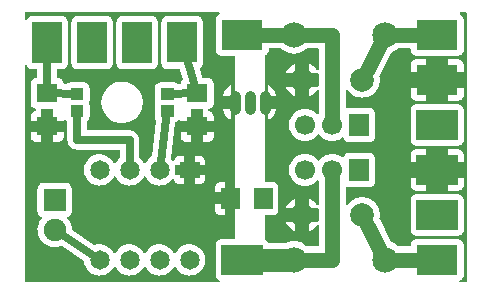
<source format=gtl>
G04 Layer: TopLayer*
G04 EasyEDA v6.4.17, 2021-03-05T12:05:08+01:00*
G04 f60f8210386e4bb8a37d6fc626a43cf4,a095d68295bf4de09e4161802e6eaeab,10*
G04 Gerber Generator version 0.2*
G04 Scale: 100 percent, Rotated: No, Reflected: No *
G04 Dimensions in inches *
G04 leading zeros omitted , absolute positions ,3 integer and 6 decimal *
%FSLAX36Y36*%
%MOIN*%

%ADD11C,0.0750*%
%ADD12C,0.0500*%
%ADD13C,0.0250*%
%ADD15R,0.0709X0.0630*%
%ADD16R,0.1378X0.0984*%
%ADD17R,0.0984X0.1378*%
%ADD18R,0.0433X0.0394*%
%ADD19R,0.0669X0.0750*%
%ADD20C,0.0669*%
%ADD21C,0.0787*%
%ADD22R,0.0748X0.0748*%
%ADD23C,0.0748*%
%ADD24R,0.0650X0.0550*%
%ADD25C,0.0650*%
%ADD26C,0.0850*%
%ADD27C,0.0354*%

%LPD*%
G36*
X1453460Y-899900D02*
G01*
X1451940Y-899599D01*
X1450660Y-898760D01*
X1449780Y-897500D01*
X1449460Y-896000D01*
X1449720Y-894479D01*
X1450520Y-893180D01*
X1451759Y-892280D01*
X1453779Y-891340D01*
X1456600Y-889360D01*
X1459040Y-886919D01*
X1461020Y-884100D01*
X1462480Y-880980D01*
X1463360Y-877640D01*
X1463680Y-874040D01*
X1463680Y-775960D01*
X1463360Y-772360D01*
X1462480Y-769020D01*
X1461020Y-765900D01*
X1459040Y-763080D01*
X1456600Y-760639D01*
X1453779Y-758660D01*
X1450660Y-757220D01*
X1447340Y-756320D01*
X1443720Y-756000D01*
X1306279Y-756000D01*
X1302660Y-756320D01*
X1299340Y-757220D01*
X1296220Y-758660D01*
X1293400Y-760639D01*
X1290960Y-763080D01*
X1288980Y-765900D01*
X1287520Y-769020D01*
X1286639Y-772340D01*
X1286300Y-776540D01*
X1285920Y-777960D01*
X1285040Y-779160D01*
X1283779Y-779940D01*
X1282320Y-780220D01*
X1247240Y-780220D01*
X1245760Y-779940D01*
X1244500Y-779120D01*
X1242820Y-777540D01*
X1237460Y-773460D01*
X1231680Y-769980D01*
X1225560Y-767140D01*
X1224020Y-766620D01*
X1222680Y-765879D01*
X1221740Y-764680D01*
X1183160Y-690020D01*
X1182760Y-688800D01*
X1182780Y-687500D01*
X1183780Y-681620D01*
X1184140Y-675000D01*
X1183780Y-668379D01*
X1182660Y-661840D01*
X1180820Y-655460D01*
X1178300Y-649340D01*
X1175080Y-643540D01*
X1171240Y-638120D01*
X1166820Y-633180D01*
X1161880Y-628760D01*
X1156460Y-624920D01*
X1150660Y-621700D01*
X1144540Y-619180D01*
X1138160Y-617340D01*
X1131620Y-616220D01*
X1125000Y-615860D01*
X1118380Y-616220D01*
X1111840Y-617340D01*
X1105460Y-619180D01*
X1099340Y-621700D01*
X1093540Y-624920D01*
X1088120Y-628760D01*
X1083180Y-633180D01*
X1078760Y-638120D01*
X1077360Y-640080D01*
X1076120Y-641220D01*
X1074540Y-641740D01*
X1072880Y-641580D01*
X1071420Y-640759D01*
X1070440Y-639400D01*
X1070100Y-637760D01*
X1070180Y-584920D01*
X1070460Y-583480D01*
X1071220Y-582240D01*
X1072380Y-581360D01*
X1073760Y-580940D01*
X1075220Y-581060D01*
X1078600Y-581960D01*
X1082220Y-582280D01*
X1148780Y-582280D01*
X1152400Y-581960D01*
X1155720Y-581080D01*
X1158840Y-579620D01*
X1161680Y-577640D01*
X1164100Y-575200D01*
X1166080Y-572380D01*
X1167540Y-569260D01*
X1168440Y-565940D01*
X1168740Y-562320D01*
X1168740Y-487680D01*
X1168440Y-484060D01*
X1167540Y-480740D01*
X1166080Y-477620D01*
X1164100Y-474799D01*
X1161680Y-472360D01*
X1158840Y-470379D01*
X1155720Y-468920D01*
X1152400Y-468040D01*
X1148780Y-467720D01*
X1082220Y-467720D01*
X1078600Y-468040D01*
X1075280Y-468920D01*
X1072160Y-470379D01*
X1069320Y-472360D01*
X1066900Y-474799D01*
X1064920Y-477620D01*
X1063400Y-480840D01*
X1062380Y-482200D01*
X1060860Y-483000D01*
X1059160Y-483120D01*
X1057580Y-482500D01*
X1052120Y-478880D01*
X1046580Y-476120D01*
X1040780Y-474000D01*
X1034740Y-472560D01*
X1028600Y-471840D01*
X1022400Y-471840D01*
X1016260Y-472560D01*
X1010220Y-474000D01*
X1004419Y-476120D01*
X998880Y-478900D01*
X993700Y-482299D01*
X988960Y-486280D01*
X984720Y-490780D01*
X983199Y-492800D01*
X982120Y-493800D01*
X980740Y-494340D01*
X979260Y-494340D01*
X977880Y-493800D01*
X976800Y-492800D01*
X975280Y-490780D01*
X971040Y-486280D01*
X966300Y-482299D01*
X961120Y-478900D01*
X955580Y-476120D01*
X949780Y-474000D01*
X943740Y-472560D01*
X937600Y-471840D01*
X931400Y-471840D01*
X925260Y-472560D01*
X919220Y-474000D01*
X913420Y-476120D01*
X907880Y-478900D01*
X902700Y-482299D01*
X897960Y-486280D01*
X893720Y-490780D01*
X890020Y-495740D01*
X886919Y-501100D01*
X884460Y-506780D01*
X882700Y-512720D01*
X881620Y-518820D01*
X881260Y-525000D01*
X881620Y-531180D01*
X882700Y-537280D01*
X884460Y-543220D01*
X886919Y-548900D01*
X890020Y-554260D01*
X893720Y-559220D01*
X897960Y-563720D01*
X902700Y-567700D01*
X907880Y-571100D01*
X913420Y-573880D01*
X919220Y-576000D01*
X925260Y-577440D01*
X931400Y-578160D01*
X937600Y-578160D01*
X943740Y-577440D01*
X949780Y-576000D01*
X955580Y-573880D01*
X961120Y-571100D01*
X966300Y-567700D01*
X971040Y-563720D01*
X973740Y-560860D01*
X975040Y-559940D01*
X976580Y-559600D01*
X978139Y-559900D01*
X979460Y-560760D01*
X980340Y-562060D01*
X980660Y-563620D01*
X980520Y-638660D01*
X980180Y-640300D01*
X979180Y-641640D01*
X977740Y-642460D01*
X976080Y-642620D01*
X974500Y-642099D01*
X973259Y-640960D01*
X971240Y-638120D01*
X966820Y-633180D01*
X961880Y-628760D01*
X956460Y-624920D01*
X950660Y-621700D01*
X947180Y-620260D01*
X947180Y-652820D01*
X976500Y-652820D01*
X978020Y-653120D01*
X979320Y-653980D01*
X980200Y-655280D01*
X980500Y-656820D01*
X980440Y-693199D01*
X980120Y-694720D01*
X979260Y-696020D01*
X977960Y-696880D01*
X976440Y-697180D01*
X947180Y-697180D01*
X947180Y-729740D01*
X950660Y-728300D01*
X956460Y-725080D01*
X961880Y-721240D01*
X966820Y-716820D01*
X971240Y-711880D01*
X973139Y-709200D01*
X974380Y-708080D01*
X975960Y-707540D01*
X977620Y-707700D01*
X979080Y-708540D01*
X980060Y-709900D01*
X980400Y-711520D01*
X980300Y-776220D01*
X979980Y-777760D01*
X979120Y-779040D01*
X977820Y-779920D01*
X976300Y-780220D01*
X942240Y-780220D01*
X940759Y-779940D01*
X939500Y-779120D01*
X937820Y-777540D01*
X932460Y-773460D01*
X926680Y-769980D01*
X920560Y-767140D01*
X914160Y-765000D01*
X907580Y-763540D01*
X900879Y-762820D01*
X894120Y-762820D01*
X887420Y-763540D01*
X880840Y-765000D01*
X874440Y-767140D01*
X872340Y-767720D01*
X814360Y-767720D01*
X813120Y-767520D01*
X811979Y-766919D01*
X811100Y-766000D01*
X809040Y-763080D01*
X806600Y-760639D01*
X803780Y-758660D01*
X802300Y-757980D01*
X801100Y-757099D01*
X800280Y-755840D01*
X800000Y-754360D01*
X800000Y-679280D01*
X800300Y-677760D01*
X801180Y-676460D01*
X802460Y-675580D01*
X804000Y-675280D01*
X826320Y-675280D01*
X829940Y-674960D01*
X833259Y-674080D01*
X836380Y-672620D01*
X839200Y-670639D01*
X841640Y-668199D01*
X843620Y-665380D01*
X845080Y-662260D01*
X845960Y-658940D01*
X846280Y-655320D01*
X846280Y-584780D01*
X845960Y-581160D01*
X845080Y-577840D01*
X843620Y-574720D01*
X841640Y-571900D01*
X839200Y-569460D01*
X836380Y-567480D01*
X833259Y-566020D01*
X829940Y-565140D01*
X826320Y-564820D01*
X804000Y-564820D01*
X802460Y-564520D01*
X801180Y-563640D01*
X800300Y-562340D01*
X800000Y-560820D01*
X800000Y-145640D01*
X800280Y-144160D01*
X801100Y-142900D01*
X802300Y-142020D01*
X803780Y-141340D01*
X806600Y-139360D01*
X809040Y-136920D01*
X811020Y-134100D01*
X812480Y-130980D01*
X813360Y-127660D01*
X813700Y-123460D01*
X814080Y-122040D01*
X814960Y-120840D01*
X816220Y-120060D01*
X817680Y-119780D01*
X852760Y-119780D01*
X854240Y-120060D01*
X855500Y-120879D01*
X857180Y-122460D01*
X862540Y-126540D01*
X868319Y-130020D01*
X874440Y-132860D01*
X880840Y-135000D01*
X887420Y-136460D01*
X894120Y-137180D01*
X900879Y-137180D01*
X907580Y-136460D01*
X914160Y-135000D01*
X920560Y-132860D01*
X926680Y-130020D01*
X932460Y-126540D01*
X937820Y-122460D01*
X939500Y-120879D01*
X940759Y-120060D01*
X942240Y-119780D01*
X976300Y-119780D01*
X977820Y-120079D01*
X979120Y-120960D01*
X979980Y-122240D01*
X980300Y-123780D01*
X980400Y-188480D01*
X980060Y-190100D01*
X979080Y-191460D01*
X977620Y-192300D01*
X975960Y-192460D01*
X974380Y-191920D01*
X973139Y-190799D01*
X971240Y-188120D01*
X966820Y-183180D01*
X961880Y-178760D01*
X956460Y-174920D01*
X950660Y-171700D01*
X947180Y-170260D01*
X947180Y-202820D01*
X976440Y-202820D01*
X977960Y-203120D01*
X979260Y-203980D01*
X980120Y-205280D01*
X980440Y-206800D01*
X980500Y-243180D01*
X980200Y-244720D01*
X979320Y-246020D01*
X978020Y-246880D01*
X976500Y-247180D01*
X947180Y-247180D01*
X947180Y-279740D01*
X950660Y-278300D01*
X956460Y-275080D01*
X961880Y-271240D01*
X966820Y-266820D01*
X971240Y-261880D01*
X973259Y-259040D01*
X974500Y-257900D01*
X976080Y-257380D01*
X977740Y-257540D01*
X979180Y-258359D01*
X980180Y-259700D01*
X980520Y-261340D01*
X980660Y-336380D01*
X980340Y-337939D01*
X979460Y-339240D01*
X978139Y-340100D01*
X976580Y-340400D01*
X975040Y-340060D01*
X973740Y-339140D01*
X971040Y-336280D01*
X966300Y-332299D01*
X961120Y-328900D01*
X955580Y-326120D01*
X949780Y-324000D01*
X943740Y-322560D01*
X937600Y-321840D01*
X931400Y-321840D01*
X925260Y-322560D01*
X919220Y-324000D01*
X913420Y-326120D01*
X907880Y-328900D01*
X902700Y-332299D01*
X897960Y-336280D01*
X893720Y-340780D01*
X890020Y-345740D01*
X886919Y-351100D01*
X884460Y-356780D01*
X882700Y-362720D01*
X881620Y-368820D01*
X881260Y-375000D01*
X881620Y-381180D01*
X882700Y-387280D01*
X884460Y-393220D01*
X886919Y-398900D01*
X890020Y-404260D01*
X893720Y-409219D01*
X897960Y-413720D01*
X902700Y-417700D01*
X907880Y-421100D01*
X913420Y-423880D01*
X919220Y-426000D01*
X925260Y-427440D01*
X931400Y-428160D01*
X937600Y-428160D01*
X943740Y-427440D01*
X949780Y-426000D01*
X955580Y-423880D01*
X961120Y-421100D01*
X966300Y-417700D01*
X971040Y-413720D01*
X975280Y-409219D01*
X976800Y-407200D01*
X977880Y-406200D01*
X979260Y-405660D01*
X980740Y-405660D01*
X982120Y-406200D01*
X983199Y-407200D01*
X984720Y-409219D01*
X988960Y-413720D01*
X993700Y-417700D01*
X998880Y-421100D01*
X1004419Y-423880D01*
X1010220Y-426000D01*
X1016260Y-427440D01*
X1022400Y-428160D01*
X1028600Y-428160D01*
X1034740Y-427440D01*
X1040780Y-426000D01*
X1046580Y-423880D01*
X1052120Y-421120D01*
X1057580Y-417500D01*
X1059160Y-416880D01*
X1060860Y-417000D01*
X1062380Y-417800D01*
X1063400Y-419159D01*
X1064920Y-422380D01*
X1066900Y-425200D01*
X1069320Y-427640D01*
X1072160Y-429620D01*
X1075280Y-431079D01*
X1078600Y-431960D01*
X1082220Y-432280D01*
X1148780Y-432280D01*
X1152400Y-431960D01*
X1155720Y-431079D01*
X1158840Y-429620D01*
X1161680Y-427640D01*
X1164100Y-425200D01*
X1166080Y-422380D01*
X1167540Y-419260D01*
X1168440Y-415940D01*
X1168740Y-412320D01*
X1168740Y-337680D01*
X1168440Y-334060D01*
X1167540Y-330740D01*
X1166080Y-327620D01*
X1164100Y-324799D01*
X1161680Y-322360D01*
X1158840Y-320379D01*
X1155720Y-318920D01*
X1152400Y-318040D01*
X1148780Y-317720D01*
X1082220Y-317720D01*
X1078600Y-318040D01*
X1075220Y-318940D01*
X1073760Y-319060D01*
X1072380Y-318640D01*
X1071220Y-317760D01*
X1070460Y-316520D01*
X1070180Y-315080D01*
X1070100Y-262240D01*
X1070440Y-260600D01*
X1071420Y-259240D01*
X1072880Y-258420D01*
X1074540Y-258260D01*
X1076120Y-258780D01*
X1077360Y-259920D01*
X1078760Y-261880D01*
X1083180Y-266820D01*
X1088120Y-271240D01*
X1093540Y-275080D01*
X1099340Y-278300D01*
X1105460Y-280820D01*
X1111840Y-282660D01*
X1118380Y-283780D01*
X1125000Y-284140D01*
X1131620Y-283780D01*
X1138160Y-282660D01*
X1144540Y-280820D01*
X1150660Y-278300D01*
X1156460Y-275080D01*
X1161880Y-271240D01*
X1166820Y-266820D01*
X1171240Y-261880D01*
X1175080Y-256460D01*
X1178300Y-250660D01*
X1180820Y-244540D01*
X1182660Y-238160D01*
X1183780Y-231620D01*
X1184140Y-225000D01*
X1183780Y-218380D01*
X1182780Y-212500D01*
X1182760Y-211200D01*
X1183160Y-209980D01*
X1221740Y-135320D01*
X1222680Y-134120D01*
X1224020Y-133380D01*
X1225560Y-132860D01*
X1231680Y-130020D01*
X1237460Y-126540D01*
X1242820Y-122460D01*
X1244500Y-120879D01*
X1245760Y-120060D01*
X1247240Y-119780D01*
X1282320Y-119780D01*
X1283779Y-120060D01*
X1285040Y-120840D01*
X1285920Y-122040D01*
X1286300Y-123460D01*
X1286639Y-127660D01*
X1287520Y-130980D01*
X1288980Y-134100D01*
X1290960Y-136920D01*
X1293400Y-139360D01*
X1296220Y-141340D01*
X1299340Y-142800D01*
X1302660Y-143680D01*
X1306279Y-144000D01*
X1443720Y-144000D01*
X1447340Y-143680D01*
X1450660Y-142800D01*
X1453779Y-141340D01*
X1456600Y-139360D01*
X1459040Y-136920D01*
X1461020Y-134100D01*
X1462480Y-130980D01*
X1463360Y-127640D01*
X1463680Y-124040D01*
X1463680Y-25960D01*
X1463360Y-22360D01*
X1462480Y-19020D01*
X1461020Y-15900D01*
X1459040Y-13080D01*
X1456600Y-10640D01*
X1453779Y-8660D01*
X1451759Y-7720D01*
X1450520Y-6820D01*
X1449720Y-5520D01*
X1449460Y-4000D01*
X1449780Y-2500D01*
X1450660Y-1240D01*
X1451940Y-400D01*
X1453460Y-100D01*
X1470900Y-100D01*
X1472440Y-400D01*
X1473720Y-1280D01*
X1474600Y-2560D01*
X1474900Y-4100D01*
X1474900Y-895900D01*
X1474600Y-897440D01*
X1473720Y-898720D01*
X1472440Y-899599D01*
X1470900Y-899900D01*
G37*

%LPC*%
G36*
X1306279Y-744000D02*
G01*
X1443720Y-744000D01*
X1447340Y-743680D01*
X1450660Y-742800D01*
X1453779Y-741340D01*
X1456600Y-739360D01*
X1459040Y-736919D01*
X1461020Y-734100D01*
X1462480Y-730980D01*
X1463360Y-727640D01*
X1463680Y-724040D01*
X1463680Y-625960D01*
X1463360Y-622360D01*
X1462480Y-619020D01*
X1461020Y-615900D01*
X1459040Y-613080D01*
X1456600Y-610640D01*
X1453779Y-608660D01*
X1450660Y-607220D01*
X1447340Y-606320D01*
X1443720Y-606000D01*
X1306279Y-606000D01*
X1302660Y-606320D01*
X1299340Y-607220D01*
X1296220Y-608660D01*
X1293400Y-610640D01*
X1290960Y-613080D01*
X1288980Y-615900D01*
X1287520Y-619020D01*
X1286639Y-622360D01*
X1286320Y-625960D01*
X1286320Y-724040D01*
X1286639Y-727640D01*
X1287520Y-730980D01*
X1288980Y-734100D01*
X1290960Y-736919D01*
X1293400Y-739360D01*
X1296220Y-741340D01*
X1299340Y-742800D01*
X1302660Y-743680D01*
G37*
G36*
X902820Y-729740D02*
G01*
X902820Y-697180D01*
X870260Y-697180D01*
X871700Y-700660D01*
X874920Y-706460D01*
X878760Y-711880D01*
X883180Y-716820D01*
X888120Y-721240D01*
X893540Y-725080D01*
X899340Y-728300D01*
G37*
G36*
X870260Y-652820D02*
G01*
X902820Y-652820D01*
X902820Y-620260D01*
X899340Y-621700D01*
X893540Y-624920D01*
X888120Y-628760D01*
X883180Y-633180D01*
X878760Y-638120D01*
X874920Y-643540D01*
X871700Y-649340D01*
G37*
G36*
X1411940Y-594000D02*
G01*
X1443720Y-594000D01*
X1447340Y-593680D01*
X1450660Y-592800D01*
X1453779Y-591340D01*
X1456600Y-589360D01*
X1459040Y-586920D01*
X1461020Y-584100D01*
X1462480Y-580980D01*
X1463360Y-577640D01*
X1463680Y-574040D01*
X1463680Y-552100D01*
X1411940Y-552100D01*
G37*
G36*
X1306279Y-594000D02*
G01*
X1338060Y-594000D01*
X1338060Y-552100D01*
X1286320Y-552100D01*
X1286320Y-574040D01*
X1286639Y-577640D01*
X1287520Y-580980D01*
X1288980Y-584100D01*
X1290960Y-586920D01*
X1293400Y-589360D01*
X1296220Y-591340D01*
X1299340Y-592800D01*
X1302660Y-593680D01*
G37*
G36*
X1286320Y-497900D02*
G01*
X1338060Y-497900D01*
X1338060Y-456000D01*
X1306279Y-456000D01*
X1302660Y-456320D01*
X1299340Y-457220D01*
X1296220Y-458660D01*
X1293400Y-460640D01*
X1290960Y-463080D01*
X1288980Y-465900D01*
X1287520Y-469020D01*
X1286639Y-472360D01*
X1286320Y-475959D01*
G37*
G36*
X1411940Y-497900D02*
G01*
X1463680Y-497900D01*
X1463680Y-475959D01*
X1463360Y-472360D01*
X1462480Y-469020D01*
X1461020Y-465900D01*
X1459040Y-463080D01*
X1456600Y-460640D01*
X1453779Y-458660D01*
X1450660Y-457220D01*
X1447340Y-456320D01*
X1443720Y-456000D01*
X1411940Y-456000D01*
G37*
G36*
X1306279Y-444000D02*
G01*
X1443720Y-444000D01*
X1447340Y-443680D01*
X1450660Y-442800D01*
X1453779Y-441340D01*
X1456600Y-439360D01*
X1459040Y-436920D01*
X1461020Y-434099D01*
X1462480Y-430980D01*
X1463360Y-427640D01*
X1463680Y-424040D01*
X1463680Y-325959D01*
X1463360Y-322360D01*
X1462480Y-319020D01*
X1461020Y-315900D01*
X1459040Y-313080D01*
X1456600Y-310640D01*
X1453779Y-308660D01*
X1450660Y-307220D01*
X1447340Y-306320D01*
X1443720Y-306000D01*
X1306279Y-306000D01*
X1302660Y-306320D01*
X1299340Y-307220D01*
X1296220Y-308660D01*
X1293400Y-310640D01*
X1290960Y-313080D01*
X1288980Y-315900D01*
X1287520Y-319020D01*
X1286639Y-322360D01*
X1286320Y-325959D01*
X1286320Y-424040D01*
X1286639Y-427640D01*
X1287520Y-430980D01*
X1288980Y-434099D01*
X1290960Y-436920D01*
X1293400Y-439360D01*
X1296220Y-441340D01*
X1299340Y-442800D01*
X1302660Y-443680D01*
G37*
G36*
X811360Y-357320D02*
G01*
X812560Y-356980D01*
X817240Y-354940D01*
X821620Y-352280D01*
X825600Y-349060D01*
X829080Y-345319D01*
X832039Y-341140D01*
X834380Y-336599D01*
X836100Y-331760D01*
X837140Y-326760D01*
X837460Y-322180D01*
X811360Y-322180D01*
G37*
G36*
X1411940Y-294000D02*
G01*
X1443720Y-294000D01*
X1447340Y-293680D01*
X1450660Y-292800D01*
X1453779Y-291340D01*
X1456600Y-289360D01*
X1459040Y-286920D01*
X1461020Y-284100D01*
X1462480Y-280980D01*
X1463360Y-277640D01*
X1463680Y-274040D01*
X1463680Y-252100D01*
X1411940Y-252100D01*
G37*
G36*
X1306279Y-294000D02*
G01*
X1338060Y-294000D01*
X1338060Y-252100D01*
X1286320Y-252100D01*
X1286320Y-274040D01*
X1286639Y-277640D01*
X1287520Y-280980D01*
X1288980Y-284100D01*
X1290960Y-286920D01*
X1293400Y-289360D01*
X1296220Y-291340D01*
X1299340Y-292800D01*
X1302660Y-293680D01*
G37*
G36*
X902820Y-279740D02*
G01*
X902820Y-247180D01*
X870260Y-247180D01*
X871700Y-250660D01*
X874920Y-256460D01*
X878760Y-261880D01*
X883180Y-266820D01*
X888120Y-271240D01*
X893540Y-275080D01*
X899340Y-278300D01*
G37*
G36*
X811360Y-277820D02*
G01*
X837460Y-277820D01*
X837140Y-273240D01*
X836100Y-268240D01*
X834380Y-263400D01*
X832039Y-258860D01*
X829080Y-254680D01*
X825600Y-250940D01*
X821620Y-247719D01*
X817240Y-245060D01*
X812560Y-243020D01*
X811360Y-242680D01*
G37*
G36*
X870260Y-202820D02*
G01*
X902820Y-202820D01*
X902820Y-170260D01*
X899340Y-171700D01*
X893540Y-174920D01*
X888120Y-178760D01*
X883180Y-183180D01*
X878760Y-188120D01*
X874920Y-193540D01*
X871700Y-199340D01*
G37*
G36*
X1286320Y-197900D02*
G01*
X1338060Y-197900D01*
X1338060Y-156000D01*
X1306279Y-156000D01*
X1302660Y-156320D01*
X1299340Y-157220D01*
X1296220Y-158660D01*
X1293400Y-160640D01*
X1290960Y-163080D01*
X1288980Y-165900D01*
X1287520Y-169020D01*
X1286639Y-172360D01*
X1286320Y-175960D01*
G37*
G36*
X1411940Y-197900D02*
G01*
X1463680Y-197900D01*
X1463680Y-175960D01*
X1463360Y-172360D01*
X1462480Y-169020D01*
X1461020Y-165900D01*
X1459040Y-163080D01*
X1456600Y-160640D01*
X1453779Y-158660D01*
X1450660Y-157220D01*
X1447340Y-156320D01*
X1443720Y-156000D01*
X1411940Y-156000D01*
G37*

%LPD*%
G36*
X4100Y-899900D02*
G01*
X2560Y-899599D01*
X1280Y-898720D01*
X400Y-897440D01*
X100Y-895900D01*
X100Y-178460D01*
X400Y-176940D01*
X1240Y-175660D01*
X2500Y-174780D01*
X4000Y-174460D01*
X5520Y-174720D01*
X6820Y-175520D01*
X7720Y-176759D01*
X8660Y-178780D01*
X10640Y-181600D01*
X13080Y-184040D01*
X15900Y-186020D01*
X19020Y-187480D01*
X22360Y-188359D01*
X25960Y-188680D01*
X38720Y-188680D01*
X40240Y-188980D01*
X41540Y-189860D01*
X42420Y-191160D01*
X42720Y-192680D01*
X42720Y-214780D01*
X42440Y-216240D01*
X41660Y-217480D01*
X40480Y-218380D01*
X39060Y-218760D01*
X36060Y-219040D01*
X32740Y-219920D01*
X29620Y-221380D01*
X26800Y-223359D01*
X24360Y-225799D01*
X22380Y-228619D01*
X20920Y-231740D01*
X20040Y-235060D01*
X19720Y-238680D01*
X19720Y-301320D01*
X20040Y-304940D01*
X20920Y-308260D01*
X22380Y-311380D01*
X24360Y-314200D01*
X26800Y-316640D01*
X29620Y-318620D01*
X32740Y-320080D01*
X36400Y-321060D01*
X37940Y-321860D01*
X39000Y-323240D01*
X39360Y-325080D01*
X39000Y-326760D01*
X37940Y-328140D01*
X36400Y-328940D01*
X32740Y-329920D01*
X29620Y-331380D01*
X26800Y-333360D01*
X24360Y-335800D01*
X22380Y-338620D01*
X20920Y-341740D01*
X20040Y-345060D01*
X19720Y-348680D01*
X19720Y-361760D01*
X54720Y-361760D01*
X54720Y-325280D01*
X55020Y-323760D01*
X55900Y-322460D01*
X57200Y-321580D01*
X58720Y-321280D01*
X91180Y-321280D01*
X92700Y-321580D01*
X94000Y-322460D01*
X94880Y-323760D01*
X95180Y-325280D01*
X95180Y-361760D01*
X130180Y-361760D01*
X130540Y-359560D01*
X131520Y-358200D01*
X132980Y-357380D01*
X134640Y-357220D01*
X136240Y-357760D01*
X137460Y-358900D01*
X138200Y-359960D01*
X140640Y-362380D01*
X141920Y-363540D01*
X142520Y-364660D01*
X142720Y-365920D01*
X142720Y-424860D01*
X143060Y-429600D01*
X144040Y-434099D01*
X145640Y-438400D01*
X147840Y-442440D01*
X150600Y-446140D01*
X153860Y-449400D01*
X157560Y-452160D01*
X161600Y-454360D01*
X165900Y-455959D01*
X170400Y-456940D01*
X175140Y-457280D01*
X313720Y-457280D01*
X315240Y-457580D01*
X316540Y-458459D01*
X317420Y-459760D01*
X317720Y-461280D01*
X317720Y-482080D01*
X317320Y-483800D01*
X316240Y-485200D01*
X314720Y-486420D01*
X310400Y-490880D01*
X306640Y-495800D01*
X303380Y-501300D01*
X302240Y-502540D01*
X300680Y-503200D01*
X298980Y-503140D01*
X297460Y-502400D01*
X296380Y-501100D01*
X295020Y-498420D01*
X291560Y-493280D01*
X287500Y-488579D01*
X282940Y-484400D01*
X277900Y-480800D01*
X272480Y-477800D01*
X266740Y-475480D01*
X260760Y-473840D01*
X254640Y-472920D01*
X248460Y-472740D01*
X242280Y-473300D01*
X236220Y-474580D01*
X230360Y-476560D01*
X224760Y-479219D01*
X219520Y-482520D01*
X214720Y-486420D01*
X210400Y-490880D01*
X206640Y-495800D01*
X203500Y-501120D01*
X201000Y-506800D01*
X199180Y-512720D01*
X198080Y-518820D01*
X197719Y-525000D01*
X198080Y-531180D01*
X199180Y-537280D01*
X201000Y-543200D01*
X203500Y-548880D01*
X206640Y-554200D01*
X210400Y-559120D01*
X214720Y-563580D01*
X219520Y-567480D01*
X224760Y-570780D01*
X230360Y-573440D01*
X236220Y-575420D01*
X242280Y-576700D01*
X248460Y-577260D01*
X254640Y-577080D01*
X260760Y-576160D01*
X266740Y-574520D01*
X272480Y-572200D01*
X277900Y-569200D01*
X282940Y-565600D01*
X287500Y-561420D01*
X291560Y-556720D01*
X295020Y-551580D01*
X296380Y-548900D01*
X297460Y-547600D01*
X298980Y-546860D01*
X300680Y-546800D01*
X302240Y-547460D01*
X303380Y-548700D01*
X306640Y-554200D01*
X310400Y-559120D01*
X314720Y-563580D01*
X319520Y-567480D01*
X324760Y-570780D01*
X330360Y-573440D01*
X336220Y-575420D01*
X342280Y-576700D01*
X348459Y-577260D01*
X354640Y-577080D01*
X360760Y-576160D01*
X366740Y-574520D01*
X372480Y-572200D01*
X377900Y-569200D01*
X382939Y-565600D01*
X387500Y-561420D01*
X391560Y-556720D01*
X395020Y-551580D01*
X396380Y-548900D01*
X397460Y-547600D01*
X398980Y-546860D01*
X400680Y-546800D01*
X402239Y-547460D01*
X403380Y-548700D01*
X406640Y-554200D01*
X410400Y-559120D01*
X414720Y-563580D01*
X419520Y-567480D01*
X424760Y-570780D01*
X430360Y-573440D01*
X436220Y-575420D01*
X442280Y-576700D01*
X448459Y-577260D01*
X454640Y-577080D01*
X460760Y-576160D01*
X466740Y-574520D01*
X472480Y-572200D01*
X477900Y-569200D01*
X482939Y-565600D01*
X487500Y-561420D01*
X491719Y-556520D01*
X493100Y-555500D01*
X494780Y-555140D01*
X496460Y-555520D01*
X497819Y-556580D01*
X498620Y-558100D01*
X498920Y-559260D01*
X500379Y-562380D01*
X502360Y-565200D01*
X504799Y-567640D01*
X507620Y-569620D01*
X510740Y-571080D01*
X514060Y-571960D01*
X517680Y-572280D01*
X531260Y-572280D01*
X531260Y-541260D01*
X504840Y-541260D01*
X503420Y-541000D01*
X502200Y-540240D01*
X501300Y-539120D01*
X500880Y-537740D01*
X500959Y-536320D01*
X501460Y-534240D01*
X502180Y-528100D01*
X502180Y-521900D01*
X501460Y-515760D01*
X500959Y-513680D01*
X500880Y-512260D01*
X501300Y-510880D01*
X502200Y-509760D01*
X503420Y-509000D01*
X504840Y-508760D01*
X531260Y-508760D01*
X531260Y-477720D01*
X517680Y-477720D01*
X514060Y-478040D01*
X510740Y-478920D01*
X507620Y-480379D01*
X504799Y-482360D01*
X502360Y-484799D01*
X500379Y-487620D01*
X498920Y-490760D01*
X498600Y-491920D01*
X497800Y-493440D01*
X496420Y-494480D01*
X494760Y-494840D01*
X493080Y-494480D01*
X491700Y-493459D01*
X488360Y-489580D01*
X487560Y-488120D01*
X487420Y-486460D01*
X502360Y-368380D01*
X502760Y-367100D01*
X503540Y-366000D01*
X504640Y-365240D01*
X506540Y-364360D01*
X509360Y-362380D01*
X511800Y-359960D01*
X512540Y-358900D01*
X513760Y-357760D01*
X515360Y-357220D01*
X517020Y-357380D01*
X518480Y-358200D01*
X519460Y-359560D01*
X519820Y-361760D01*
X554820Y-361760D01*
X554820Y-325280D01*
X555120Y-323760D01*
X556000Y-322460D01*
X557300Y-321580D01*
X558820Y-321280D01*
X591280Y-321280D01*
X592800Y-321580D01*
X594100Y-322460D01*
X594980Y-323760D01*
X595280Y-325280D01*
X595280Y-361760D01*
X630280Y-361760D01*
X630280Y-348680D01*
X629960Y-345060D01*
X629080Y-341740D01*
X627620Y-338620D01*
X625640Y-335800D01*
X623200Y-333360D01*
X620380Y-331380D01*
X617260Y-329920D01*
X613600Y-328940D01*
X612060Y-328140D01*
X611000Y-326760D01*
X610640Y-324920D01*
X611000Y-323240D01*
X612060Y-321860D01*
X613600Y-321060D01*
X617260Y-320080D01*
X620380Y-318620D01*
X623200Y-316640D01*
X625640Y-314200D01*
X627620Y-311380D01*
X629080Y-308260D01*
X629960Y-304940D01*
X630280Y-301320D01*
X630280Y-238680D01*
X629960Y-235060D01*
X629080Y-231740D01*
X627620Y-228619D01*
X625640Y-225799D01*
X623200Y-223359D01*
X620380Y-221380D01*
X617260Y-219920D01*
X613940Y-219040D01*
X610320Y-218720D01*
X596560Y-218720D01*
X594900Y-218359D01*
X593540Y-217340D01*
X592720Y-215840D01*
X584780Y-188860D01*
X584660Y-187220D01*
X585200Y-185660D01*
X586340Y-184460D01*
X586920Y-184040D01*
X589360Y-181600D01*
X591340Y-178780D01*
X592800Y-175660D01*
X593680Y-172340D01*
X594000Y-168720D01*
X594000Y-31280D01*
X593680Y-27660D01*
X592800Y-24340D01*
X591340Y-21220D01*
X589360Y-18400D01*
X586920Y-15960D01*
X584100Y-13980D01*
X580980Y-12520D01*
X577640Y-11640D01*
X574040Y-11319D01*
X475959Y-11319D01*
X472360Y-11640D01*
X469020Y-12520D01*
X465900Y-13980D01*
X463080Y-15960D01*
X460640Y-18400D01*
X458660Y-21220D01*
X457220Y-24340D01*
X456320Y-27660D01*
X456000Y-31280D01*
X456000Y-168720D01*
X456320Y-172340D01*
X457220Y-175660D01*
X458660Y-178780D01*
X460640Y-181600D01*
X463080Y-184040D01*
X465900Y-186020D01*
X469020Y-187480D01*
X472360Y-188359D01*
X475959Y-188680D01*
X514440Y-188680D01*
X516100Y-189040D01*
X517460Y-190060D01*
X518280Y-191560D01*
X526800Y-220500D01*
X526940Y-221920D01*
X526600Y-223299D01*
X525780Y-224460D01*
X524460Y-225799D01*
X522480Y-228619D01*
X521019Y-231740D01*
X519700Y-236860D01*
X518840Y-238039D01*
X517620Y-238820D01*
X516200Y-239120D01*
X512700Y-239200D01*
X511120Y-238920D01*
X506540Y-235640D01*
X503420Y-234180D01*
X500080Y-233280D01*
X496480Y-232979D01*
X453519Y-232979D01*
X449920Y-233280D01*
X446580Y-234180D01*
X443459Y-235640D01*
X440640Y-237620D01*
X438200Y-240040D01*
X436220Y-242880D01*
X434760Y-246000D01*
X433880Y-249320D01*
X433560Y-252920D01*
X433560Y-291960D01*
X433880Y-295560D01*
X434799Y-298960D01*
X434920Y-300000D01*
X434799Y-301040D01*
X433880Y-304440D01*
X433560Y-308040D01*
X433560Y-347080D01*
X433880Y-350680D01*
X434760Y-354000D01*
X436220Y-357120D01*
X437440Y-358860D01*
X438040Y-360200D01*
X438140Y-361659D01*
X423360Y-478380D01*
X422760Y-480020D01*
X421520Y-481260D01*
X419520Y-482520D01*
X414720Y-486420D01*
X410400Y-490880D01*
X406640Y-495800D01*
X403380Y-501300D01*
X402239Y-502540D01*
X400680Y-503200D01*
X398980Y-503140D01*
X397460Y-502400D01*
X396380Y-501100D01*
X395020Y-498420D01*
X391560Y-493280D01*
X387500Y-488579D01*
X383579Y-485000D01*
X382620Y-483660D01*
X382280Y-482040D01*
X382280Y-425140D01*
X381940Y-420400D01*
X380959Y-415900D01*
X379360Y-411599D01*
X377160Y-407560D01*
X374400Y-403860D01*
X371140Y-400600D01*
X367440Y-397840D01*
X363400Y-395640D01*
X359099Y-394040D01*
X354600Y-393060D01*
X349860Y-392720D01*
X211280Y-392720D01*
X209760Y-392420D01*
X208460Y-391540D01*
X207580Y-390240D01*
X207280Y-388720D01*
X207280Y-365920D01*
X207480Y-364660D01*
X208080Y-363540D01*
X209360Y-362380D01*
X211800Y-359960D01*
X213780Y-357120D01*
X215240Y-354000D01*
X216119Y-350680D01*
X216439Y-347080D01*
X216439Y-308040D01*
X216119Y-304440D01*
X215219Y-301040D01*
X215080Y-300000D01*
X215219Y-298960D01*
X216119Y-295560D01*
X216439Y-291960D01*
X216439Y-252920D01*
X216119Y-249320D01*
X215240Y-246000D01*
X213780Y-242880D01*
X211800Y-240040D01*
X209360Y-237620D01*
X206540Y-235640D01*
X203420Y-234180D01*
X200080Y-233280D01*
X196480Y-232979D01*
X153520Y-232979D01*
X149920Y-233280D01*
X146580Y-234180D01*
X143460Y-235640D01*
X138880Y-238920D01*
X137300Y-239200D01*
X133800Y-239120D01*
X132380Y-238820D01*
X131160Y-238039D01*
X130300Y-236860D01*
X128980Y-231740D01*
X127520Y-228619D01*
X125540Y-225799D01*
X123100Y-223359D01*
X120280Y-221380D01*
X117160Y-219920D01*
X113840Y-219040D01*
X110940Y-218780D01*
X109520Y-218380D01*
X108340Y-217500D01*
X107560Y-216240D01*
X107280Y-214800D01*
X107280Y-192680D01*
X107579Y-191160D01*
X108460Y-189860D01*
X109760Y-188980D01*
X111280Y-188680D01*
X124040Y-188680D01*
X127640Y-188359D01*
X130980Y-187480D01*
X134100Y-186020D01*
X136920Y-184040D01*
X139360Y-181600D01*
X141340Y-178780D01*
X142800Y-175660D01*
X143680Y-172340D01*
X144000Y-168720D01*
X144000Y-31280D01*
X143680Y-27660D01*
X142800Y-24340D01*
X141340Y-21220D01*
X139360Y-18400D01*
X136920Y-15960D01*
X134100Y-13980D01*
X130980Y-12520D01*
X127640Y-11640D01*
X124040Y-11319D01*
X25960Y-11319D01*
X22360Y-11640D01*
X19020Y-12520D01*
X15900Y-13980D01*
X13080Y-15960D01*
X10640Y-18400D01*
X8660Y-21220D01*
X7720Y-23240D01*
X6820Y-24480D01*
X5520Y-25280D01*
X4000Y-25540D01*
X2500Y-25219D01*
X1240Y-24340D01*
X400Y-23060D01*
X100Y-21540D01*
X100Y-4100D01*
X400Y-2560D01*
X1280Y-1280D01*
X2560Y-400D01*
X4100Y-100D01*
X646540Y-100D01*
X648060Y-400D01*
X649340Y-1240D01*
X650220Y-2500D01*
X650540Y-4000D01*
X650280Y-5520D01*
X649479Y-6820D01*
X648240Y-7720D01*
X646220Y-8660D01*
X643400Y-10640D01*
X640960Y-13080D01*
X638980Y-15900D01*
X637520Y-19020D01*
X636640Y-22360D01*
X636320Y-25960D01*
X636320Y-124040D01*
X636640Y-127640D01*
X637520Y-130980D01*
X638980Y-134100D01*
X640960Y-136920D01*
X643400Y-139360D01*
X646220Y-141340D01*
X649340Y-142800D01*
X652660Y-143680D01*
X656280Y-144000D01*
X696000Y-144000D01*
X697540Y-144300D01*
X698820Y-145160D01*
X699700Y-146460D01*
X700000Y-148000D01*
X700000Y-752000D01*
X699700Y-753540D01*
X698820Y-754840D01*
X697540Y-755699D01*
X696000Y-756000D01*
X656280Y-756000D01*
X652660Y-756320D01*
X649340Y-757220D01*
X646220Y-758660D01*
X643400Y-760639D01*
X640960Y-763080D01*
X638980Y-765900D01*
X637520Y-769020D01*
X636640Y-772360D01*
X636320Y-775960D01*
X636320Y-874040D01*
X636640Y-877640D01*
X637520Y-880980D01*
X638980Y-884100D01*
X640960Y-886919D01*
X643400Y-889360D01*
X646220Y-891340D01*
X648240Y-892280D01*
X649479Y-893180D01*
X650280Y-894479D01*
X650540Y-896000D01*
X650220Y-897500D01*
X649340Y-898760D01*
X648060Y-899599D01*
X646540Y-899900D01*
G37*

%LPC*%
G36*
X248460Y-877260D02*
G01*
X254640Y-877080D01*
X260760Y-876160D01*
X266740Y-874520D01*
X272480Y-872200D01*
X277900Y-869200D01*
X282940Y-865600D01*
X287500Y-861420D01*
X291560Y-856720D01*
X295020Y-851580D01*
X296380Y-848900D01*
X297460Y-847600D01*
X298980Y-846860D01*
X300680Y-846800D01*
X302240Y-847460D01*
X303380Y-848700D01*
X306640Y-854200D01*
X310400Y-859120D01*
X314720Y-863580D01*
X319520Y-867480D01*
X324760Y-870780D01*
X330360Y-873439D01*
X336220Y-875420D01*
X342280Y-876700D01*
X348459Y-877260D01*
X354640Y-877080D01*
X360760Y-876160D01*
X366740Y-874520D01*
X372480Y-872200D01*
X377900Y-869200D01*
X382939Y-865600D01*
X387500Y-861420D01*
X391560Y-856720D01*
X395020Y-851580D01*
X396380Y-848900D01*
X397460Y-847600D01*
X398980Y-846860D01*
X400680Y-846800D01*
X402239Y-847460D01*
X403380Y-848700D01*
X406640Y-854200D01*
X410400Y-859120D01*
X414720Y-863580D01*
X419520Y-867480D01*
X424760Y-870780D01*
X430360Y-873439D01*
X436220Y-875420D01*
X442280Y-876700D01*
X448459Y-877260D01*
X454640Y-877080D01*
X460760Y-876160D01*
X466740Y-874520D01*
X472480Y-872200D01*
X477900Y-869200D01*
X482939Y-865600D01*
X487500Y-861420D01*
X491560Y-856720D01*
X495020Y-851580D01*
X496380Y-848900D01*
X497460Y-847600D01*
X498980Y-846860D01*
X500680Y-846800D01*
X502239Y-847460D01*
X503380Y-848700D01*
X506640Y-854200D01*
X510400Y-859120D01*
X514720Y-863580D01*
X519520Y-867480D01*
X524760Y-870780D01*
X530360Y-873439D01*
X536220Y-875420D01*
X542280Y-876700D01*
X548460Y-877260D01*
X554640Y-877080D01*
X560760Y-876160D01*
X566740Y-874520D01*
X572480Y-872200D01*
X577900Y-869200D01*
X582940Y-865600D01*
X587500Y-861420D01*
X591560Y-856720D01*
X595020Y-851580D01*
X597840Y-846080D01*
X600000Y-840260D01*
X601460Y-834240D01*
X602180Y-828100D01*
X602180Y-821900D01*
X601460Y-815759D01*
X600000Y-809740D01*
X597840Y-803920D01*
X595020Y-798420D01*
X591560Y-793280D01*
X587500Y-788580D01*
X582940Y-784400D01*
X577900Y-780800D01*
X572480Y-777800D01*
X566740Y-775480D01*
X560760Y-773840D01*
X554640Y-772920D01*
X548460Y-772740D01*
X542280Y-773300D01*
X536220Y-774580D01*
X530360Y-776560D01*
X524760Y-779220D01*
X519520Y-782520D01*
X514720Y-786420D01*
X510400Y-790879D01*
X506640Y-795800D01*
X503380Y-801300D01*
X502239Y-802540D01*
X500680Y-803199D01*
X498980Y-803139D01*
X497460Y-802400D01*
X496380Y-801100D01*
X495020Y-798420D01*
X491560Y-793280D01*
X487500Y-788580D01*
X482939Y-784400D01*
X477900Y-780800D01*
X472480Y-777800D01*
X466740Y-775480D01*
X460760Y-773840D01*
X454640Y-772920D01*
X448459Y-772740D01*
X442280Y-773300D01*
X436220Y-774580D01*
X430360Y-776560D01*
X424760Y-779220D01*
X419520Y-782520D01*
X414720Y-786420D01*
X410400Y-790879D01*
X406640Y-795800D01*
X403380Y-801300D01*
X402239Y-802540D01*
X400680Y-803199D01*
X398980Y-803139D01*
X397460Y-802400D01*
X396380Y-801100D01*
X395020Y-798420D01*
X391560Y-793280D01*
X387500Y-788580D01*
X382939Y-784400D01*
X377900Y-780800D01*
X372480Y-777800D01*
X366740Y-775480D01*
X360760Y-773840D01*
X354640Y-772920D01*
X348459Y-772740D01*
X342280Y-773300D01*
X336220Y-774580D01*
X330360Y-776560D01*
X324760Y-779220D01*
X319520Y-782520D01*
X314720Y-786420D01*
X310400Y-790879D01*
X306640Y-795800D01*
X303380Y-801300D01*
X302240Y-802540D01*
X300680Y-803199D01*
X298980Y-803139D01*
X297460Y-802400D01*
X296380Y-801100D01*
X295020Y-798420D01*
X291560Y-793280D01*
X287500Y-788580D01*
X282940Y-784400D01*
X277900Y-780800D01*
X272480Y-777800D01*
X266740Y-775480D01*
X260760Y-773840D01*
X254640Y-772920D01*
X248460Y-772740D01*
X242280Y-773300D01*
X234460Y-774980D01*
X233260Y-774820D01*
X232160Y-774300D01*
X158840Y-725420D01*
X157960Y-724620D01*
X157360Y-723600D01*
X157080Y-722440D01*
X156600Y-716860D01*
X155300Y-710460D01*
X153280Y-704260D01*
X150580Y-698319D01*
X147200Y-692720D01*
X143040Y-687360D01*
X142200Y-686100D01*
X141900Y-684620D01*
X142180Y-683120D01*
X142980Y-681840D01*
X144220Y-680960D01*
X147280Y-679520D01*
X150100Y-677540D01*
X152540Y-675100D01*
X154520Y-672280D01*
X155980Y-669160D01*
X156880Y-665840D01*
X157180Y-662220D01*
X157180Y-587780D01*
X156880Y-584160D01*
X155980Y-580840D01*
X154520Y-577720D01*
X152540Y-574900D01*
X150100Y-572460D01*
X147280Y-570480D01*
X144160Y-569020D01*
X140840Y-568120D01*
X137220Y-567820D01*
X62779Y-567820D01*
X59160Y-568120D01*
X55839Y-569020D01*
X52720Y-570480D01*
X49900Y-572460D01*
X47460Y-574900D01*
X45480Y-577720D01*
X44020Y-580840D01*
X43120Y-584160D01*
X42820Y-587780D01*
X42820Y-662220D01*
X43120Y-665840D01*
X44020Y-669160D01*
X45480Y-672280D01*
X47460Y-675100D01*
X49900Y-677540D01*
X52720Y-679520D01*
X55780Y-680960D01*
X57020Y-681840D01*
X57820Y-683120D01*
X58099Y-684620D01*
X57800Y-686100D01*
X56780Y-687560D01*
X52800Y-692720D01*
X49420Y-698319D01*
X46720Y-704260D01*
X44700Y-710460D01*
X43400Y-716860D01*
X42840Y-723360D01*
X43019Y-729900D01*
X43960Y-736360D01*
X45620Y-742660D01*
X47980Y-748760D01*
X51040Y-754520D01*
X54720Y-759920D01*
X59000Y-764860D01*
X63800Y-769260D01*
X69080Y-773100D01*
X74780Y-776320D01*
X80780Y-778860D01*
X87040Y-780699D01*
X93480Y-781800D01*
X100000Y-782180D01*
X106519Y-781800D01*
X112960Y-780699D01*
X119300Y-778820D01*
X120559Y-778520D01*
X121880Y-778640D01*
X123059Y-779180D01*
X196300Y-828000D01*
X197220Y-828840D01*
X197820Y-829900D01*
X199180Y-837280D01*
X201000Y-843199D01*
X203500Y-848880D01*
X206640Y-854200D01*
X210400Y-859120D01*
X214720Y-863580D01*
X219520Y-867480D01*
X224760Y-870780D01*
X230360Y-873439D01*
X236220Y-875420D01*
X242280Y-876700D01*
G37*
G36*
X653680Y-675280D02*
G01*
X666760Y-675280D01*
X666760Y-640280D01*
X633720Y-640280D01*
X633720Y-655320D01*
X634040Y-658940D01*
X634920Y-662260D01*
X636380Y-665380D01*
X638360Y-668199D01*
X640800Y-670639D01*
X643620Y-672620D01*
X646740Y-674080D01*
X650060Y-674960D01*
G37*
G36*
X633720Y-599820D02*
G01*
X666760Y-599820D01*
X666760Y-564820D01*
X653680Y-564820D01*
X650060Y-565140D01*
X646740Y-566020D01*
X643620Y-567480D01*
X640800Y-569460D01*
X638360Y-571900D01*
X636380Y-574720D01*
X634920Y-577840D01*
X634040Y-581160D01*
X633720Y-584780D01*
G37*
G36*
X568760Y-572280D02*
G01*
X582320Y-572280D01*
X585940Y-571960D01*
X589260Y-571080D01*
X592380Y-569620D01*
X595200Y-567640D01*
X597640Y-565200D01*
X599620Y-562380D01*
X601080Y-559260D01*
X601960Y-555940D01*
X602280Y-552320D01*
X602280Y-541260D01*
X568760Y-541260D01*
G37*
G36*
X568760Y-508760D02*
G01*
X602280Y-508760D01*
X602280Y-497680D01*
X601960Y-494060D01*
X601080Y-490740D01*
X599620Y-487620D01*
X597640Y-484799D01*
X595200Y-482360D01*
X592380Y-480379D01*
X589260Y-478920D01*
X585940Y-478040D01*
X582320Y-477720D01*
X568760Y-477720D01*
G37*
G36*
X95180Y-431280D02*
G01*
X110220Y-431280D01*
X113840Y-430959D01*
X117160Y-430080D01*
X120280Y-428620D01*
X123100Y-426640D01*
X125540Y-424200D01*
X127520Y-421380D01*
X128980Y-418260D01*
X129860Y-414940D01*
X130180Y-411320D01*
X130180Y-398260D01*
X95180Y-398260D01*
G37*
G36*
X595280Y-431280D02*
G01*
X610320Y-431280D01*
X613940Y-430959D01*
X617260Y-430080D01*
X620380Y-428620D01*
X623200Y-426640D01*
X625640Y-424200D01*
X627620Y-421380D01*
X629080Y-418260D01*
X629960Y-414940D01*
X630280Y-411320D01*
X630280Y-398260D01*
X595280Y-398260D01*
G37*
G36*
X39680Y-431280D02*
G01*
X54720Y-431280D01*
X54720Y-398260D01*
X19720Y-398260D01*
X19720Y-411320D01*
X20040Y-414940D01*
X20920Y-418260D01*
X22380Y-421380D01*
X24360Y-424200D01*
X26800Y-426640D01*
X29620Y-428620D01*
X32740Y-430080D01*
X36060Y-430959D01*
G37*
G36*
X539780Y-431280D02*
G01*
X554820Y-431280D01*
X554820Y-398260D01*
X519820Y-398260D01*
X519820Y-411320D01*
X520140Y-414940D01*
X521019Y-418260D01*
X522480Y-421380D01*
X524460Y-424200D01*
X526900Y-426640D01*
X529720Y-428620D01*
X532840Y-430080D01*
X536160Y-430959D01*
G37*
G36*
X326780Y-368960D02*
G01*
X333860Y-368420D01*
X340840Y-367140D01*
X347660Y-365160D01*
X354240Y-362480D01*
X360520Y-359140D01*
X366420Y-355180D01*
X371860Y-350640D01*
X376820Y-345540D01*
X381240Y-339980D01*
X385040Y-333980D01*
X388220Y-327620D01*
X390720Y-320980D01*
X392540Y-314120D01*
X393620Y-307100D01*
X394000Y-300000D01*
X393620Y-292900D01*
X392540Y-285880D01*
X390720Y-279020D01*
X388220Y-272380D01*
X385040Y-266020D01*
X381240Y-260020D01*
X376820Y-254460D01*
X371860Y-249360D01*
X366420Y-244820D01*
X360520Y-240859D01*
X354240Y-237520D01*
X347660Y-234840D01*
X340840Y-232860D01*
X333860Y-231580D01*
X326780Y-231040D01*
X319680Y-231220D01*
X312640Y-232120D01*
X305720Y-233760D01*
X299000Y-236100D01*
X292580Y-239100D01*
X286480Y-242760D01*
X280800Y-247020D01*
X275600Y-251840D01*
X270900Y-257180D01*
X266780Y-262980D01*
X263280Y-269160D01*
X260440Y-275660D01*
X258280Y-282420D01*
X256820Y-289380D01*
X256100Y-296440D01*
X256100Y-303560D01*
X256820Y-310620D01*
X258280Y-317580D01*
X260440Y-324340D01*
X263280Y-330840D01*
X266780Y-337020D01*
X270900Y-342819D01*
X275600Y-348160D01*
X280800Y-352980D01*
X286480Y-357239D01*
X292580Y-360900D01*
X299000Y-363900D01*
X305720Y-366240D01*
X312640Y-367879D01*
X319680Y-368780D01*
G37*
G36*
X688640Y-357320D02*
G01*
X688640Y-322180D01*
X662540Y-322180D01*
X662860Y-326760D01*
X663900Y-331760D01*
X665620Y-336599D01*
X667960Y-341140D01*
X670920Y-345319D01*
X674400Y-349060D01*
X678379Y-352280D01*
X682760Y-354940D01*
X687440Y-356980D01*
G37*
G36*
X662540Y-277820D02*
G01*
X688640Y-277820D01*
X688640Y-242680D01*
X687440Y-243020D01*
X682760Y-245060D01*
X678379Y-247719D01*
X674400Y-250940D01*
X670920Y-254680D01*
X667960Y-258860D01*
X665620Y-263400D01*
X663900Y-268240D01*
X662860Y-273240D01*
G37*
G36*
X175960Y-188680D02*
G01*
X274040Y-188680D01*
X277640Y-188359D01*
X280980Y-187480D01*
X284100Y-186020D01*
X286920Y-184040D01*
X289360Y-181600D01*
X291340Y-178780D01*
X292800Y-175660D01*
X293680Y-172340D01*
X294000Y-168720D01*
X294000Y-31280D01*
X293680Y-27660D01*
X292800Y-24340D01*
X291340Y-21220D01*
X289360Y-18400D01*
X286920Y-15960D01*
X284100Y-13980D01*
X280980Y-12520D01*
X277640Y-11640D01*
X274040Y-11319D01*
X175960Y-11319D01*
X172360Y-11640D01*
X169020Y-12520D01*
X165900Y-13980D01*
X163080Y-15960D01*
X160640Y-18400D01*
X158660Y-21220D01*
X157220Y-24340D01*
X156320Y-27660D01*
X156000Y-31280D01*
X156000Y-168720D01*
X156320Y-172340D01*
X157220Y-175660D01*
X158660Y-178780D01*
X160640Y-181600D01*
X163080Y-184040D01*
X165900Y-186020D01*
X169020Y-187480D01*
X172360Y-188359D01*
G37*
G36*
X325959Y-188680D02*
G01*
X424040Y-188680D01*
X427640Y-188359D01*
X430980Y-187480D01*
X434099Y-186020D01*
X436920Y-184040D01*
X439360Y-181600D01*
X441340Y-178780D01*
X442800Y-175660D01*
X443680Y-172340D01*
X444000Y-168720D01*
X444000Y-31280D01*
X443680Y-27660D01*
X442800Y-24340D01*
X441340Y-21220D01*
X439360Y-18400D01*
X436920Y-15960D01*
X434099Y-13980D01*
X430980Y-12520D01*
X427640Y-11640D01*
X424040Y-11319D01*
X325959Y-11319D01*
X322360Y-11640D01*
X319020Y-12520D01*
X315900Y-13980D01*
X313080Y-15960D01*
X310640Y-18400D01*
X308660Y-21220D01*
X307220Y-24340D01*
X306320Y-27660D01*
X306000Y-31280D01*
X306000Y-168720D01*
X306320Y-172340D01*
X307220Y-175660D01*
X308660Y-178780D01*
X310640Y-181600D01*
X313080Y-184040D01*
X315900Y-186020D01*
X319020Y-187480D01*
X322360Y-188359D01*
G37*

%LPD*%
D11*
X897500Y-825000D02*
G01*
X725000Y-825000D01*
D12*
X1025500Y-525000D02*
G01*
X1025000Y-825000D01*
X897500Y-825000D01*
D13*
X525000Y-100000D02*
G01*
X575000Y-270000D01*
X575000Y-270000D02*
G01*
X475000Y-272399D01*
X475000Y-327500D02*
G01*
X450000Y-525000D01*
X175000Y-327600D02*
G01*
X175000Y-425000D01*
X350000Y-425000D01*
X350000Y-525000D01*
X175000Y-272399D02*
G01*
X75000Y-270000D01*
X75000Y-270000D02*
G01*
X75000Y-100000D01*
X250000Y-825000D02*
G01*
X100000Y-725000D01*
D12*
X725000Y-75000D02*
G01*
X897500Y-75000D01*
X897500Y-75000D02*
G01*
X1025000Y-75000D01*
X1025500Y-375000D01*
X1375000Y-75000D02*
G01*
X1202500Y-75000D01*
X1202500Y-75000D02*
G01*
X1125000Y-225000D01*
X1125000Y-675000D02*
G01*
X1202500Y-825000D01*
X1375000Y-825000D02*
G01*
X1202500Y-825000D01*
G36*
X653499Y-584600D02*
G01*
X716500Y-584600D01*
X716500Y-655500D01*
X653499Y-655500D01*
G37*
D15*
G01*
X575050Y-270000D03*
G01*
X575050Y-380000D03*
G01*
X74949Y-270000D03*
G01*
X74949Y-380000D03*
G36*
X656100Y-874200D02*
G01*
X656100Y-775799D01*
X793899Y-775799D01*
X793899Y-874200D01*
G37*
D16*
G01*
X725000Y-75000D03*
G01*
X1375000Y-825000D03*
G01*
X1375000Y-75000D03*
G36*
X1443900Y-475799D02*
G01*
X1443900Y-574200D01*
X1306099Y-574200D01*
X1306099Y-475799D01*
G37*
G36*
X25787Y-31102D02*
G01*
X124212Y-31102D01*
X124212Y-168897D01*
X25787Y-168897D01*
G37*
D17*
G01*
X525000Y-100000D03*
D16*
G01*
X1375000Y-225000D03*
G36*
X496653Y-252752D02*
G01*
X496653Y-292121D01*
X453346Y-292121D01*
X453346Y-252752D01*
G37*
G36*
X496653Y-307869D02*
G01*
X496653Y-347240D01*
X453346Y-347240D01*
X453346Y-307869D01*
G37*
D18*
G01*
X175000Y-272440D03*
G01*
X175000Y-327559D03*
D19*
G01*
X1115500Y-525000D03*
D20*
G01*
X1025500Y-525000D03*
G01*
X934499Y-525000D03*
D19*
G01*
X1115500Y-375000D03*
D20*
G01*
X1025500Y-375000D03*
G01*
X934499Y-375000D03*
D21*
G01*
X1125000Y-675000D03*
G01*
X925000Y-675000D03*
G01*
X1125000Y-225000D03*
G01*
X925000Y-225000D03*
G36*
X763499Y-584600D02*
G01*
X826500Y-584600D01*
X826500Y-655500D01*
X763499Y-655500D01*
G37*
D22*
G01*
X100000Y-625000D03*
D23*
G01*
X100000Y-725000D03*
D24*
G01*
X550000Y-525000D03*
D25*
G01*
X450000Y-525000D03*
G01*
X350000Y-525000D03*
G01*
X250000Y-525000D03*
G01*
X250000Y-825000D03*
G01*
X350000Y-825000D03*
G01*
X450000Y-825000D03*
G01*
X550000Y-825000D03*
D26*
G01*
X897500Y-825000D03*
G01*
X1202500Y-825000D03*
G01*
X897500Y-75000D03*
G01*
X1202500Y-75000D03*
G36*
X1443900Y-625799D02*
G01*
X1443900Y-724200D01*
X1306099Y-724200D01*
X1306099Y-625799D01*
G37*
G36*
X175787Y-31102D02*
G01*
X274212Y-31102D01*
X274212Y-168897D01*
X175787Y-168897D01*
G37*
G36*
X325787Y-31102D02*
G01*
X424212Y-31102D01*
X424212Y-168897D01*
X325787Y-168897D01*
G37*
G36*
X1306099Y-424200D02*
G01*
X1306099Y-325799D01*
X1443900Y-325799D01*
X1443900Y-424200D01*
G37*
D27*
X700000Y-278346D02*
G01*
X700000Y-321653D01*
X750000Y-278346D02*
G01*
X750000Y-321653D01*
X800000Y-278346D02*
G01*
X800000Y-321653D01*
M02*

</source>
